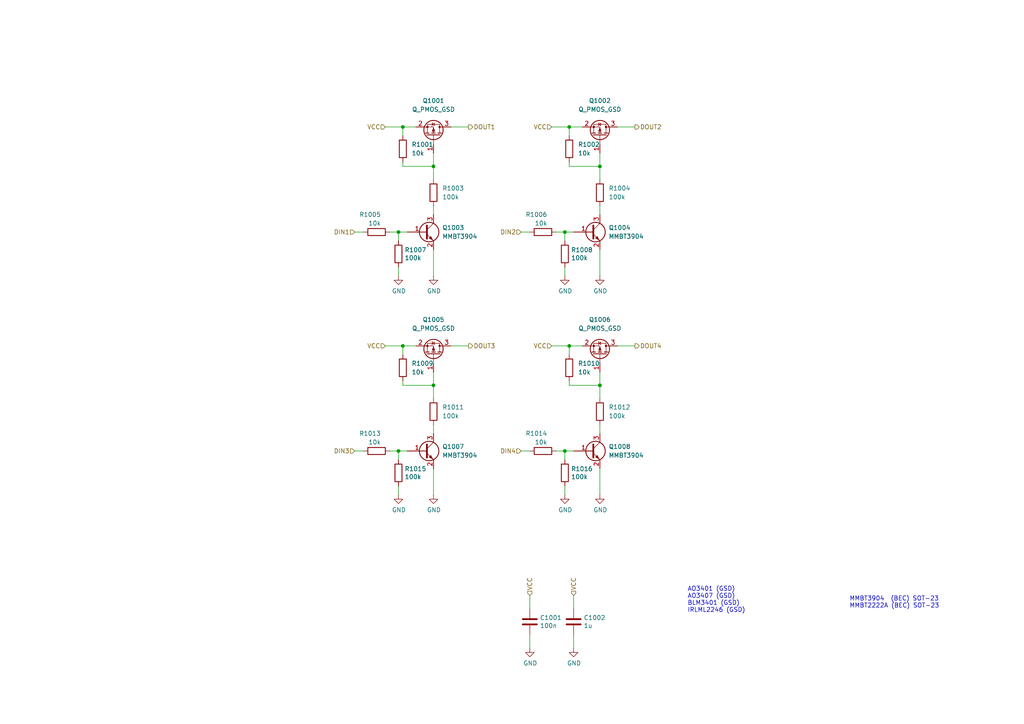
<source format=kicad_sch>
(kicad_sch (version 20211123) (generator eeschema)

  (uuid bc1d5740-b0c7-4566-95b0-470ac47a1fb3)

  (paper "A4")

  (lib_symbols
    (symbol "Device:C" (pin_numbers hide) (pin_names (offset 0.254)) (in_bom yes) (on_board yes)
      (property "Reference" "C" (id 0) (at 0.635 2.54 0)
        (effects (font (size 1.27 1.27)) (justify left))
      )
      (property "Value" "C" (id 1) (at 0.635 -2.54 0)
        (effects (font (size 1.27 1.27)) (justify left))
      )
      (property "Footprint" "" (id 2) (at 0.9652 -3.81 0)
        (effects (font (size 1.27 1.27)) hide)
      )
      (property "Datasheet" "~" (id 3) (at 0 0 0)
        (effects (font (size 1.27 1.27)) hide)
      )
      (property "ki_keywords" "cap capacitor" (id 4) (at 0 0 0)
        (effects (font (size 1.27 1.27)) hide)
      )
      (property "ki_description" "Unpolarized capacitor" (id 5) (at 0 0 0)
        (effects (font (size 1.27 1.27)) hide)
      )
      (property "ki_fp_filters" "C_*" (id 6) (at 0 0 0)
        (effects (font (size 1.27 1.27)) hide)
      )
      (symbol "C_0_1"
        (polyline
          (pts
            (xy -2.032 -0.762)
            (xy 2.032 -0.762)
          )
          (stroke (width 0.508) (type default) (color 0 0 0 0))
          (fill (type none))
        )
        (polyline
          (pts
            (xy -2.032 0.762)
            (xy 2.032 0.762)
          )
          (stroke (width 0.508) (type default) (color 0 0 0 0))
          (fill (type none))
        )
      )
      (symbol "C_1_1"
        (pin passive line (at 0 3.81 270) (length 2.794)
          (name "~" (effects (font (size 1.27 1.27))))
          (number "1" (effects (font (size 1.27 1.27))))
        )
        (pin passive line (at 0 -3.81 90) (length 2.794)
          (name "~" (effects (font (size 1.27 1.27))))
          (number "2" (effects (font (size 1.27 1.27))))
        )
      )
    )
    (symbol "Device:Q_PMOS_GSD" (pin_names (offset 0) hide) (in_bom yes) (on_board yes)
      (property "Reference" "Q" (id 0) (at 5.08 1.27 0)
        (effects (font (size 1.27 1.27)) (justify left))
      )
      (property "Value" "Q_PMOS_GSD" (id 1) (at 5.08 -1.27 0)
        (effects (font (size 1.27 1.27)) (justify left))
      )
      (property "Footprint" "" (id 2) (at 5.08 2.54 0)
        (effects (font (size 1.27 1.27)) hide)
      )
      (property "Datasheet" "~" (id 3) (at 0 0 0)
        (effects (font (size 1.27 1.27)) hide)
      )
      (property "ki_keywords" "transistor PMOS P-MOS P-MOSFET" (id 4) (at 0 0 0)
        (effects (font (size 1.27 1.27)) hide)
      )
      (property "ki_description" "P-MOSFET transistor, gate/source/drain" (id 5) (at 0 0 0)
        (effects (font (size 1.27 1.27)) hide)
      )
      (symbol "Q_PMOS_GSD_0_1"
        (polyline
          (pts
            (xy 0.254 0)
            (xy -2.54 0)
          )
          (stroke (width 0) (type default) (color 0 0 0 0))
          (fill (type none))
        )
        (polyline
          (pts
            (xy 0.254 1.905)
            (xy 0.254 -1.905)
          )
          (stroke (width 0.254) (type default) (color 0 0 0 0))
          (fill (type none))
        )
        (polyline
          (pts
            (xy 0.762 -1.27)
            (xy 0.762 -2.286)
          )
          (stroke (width 0.254) (type default) (color 0 0 0 0))
          (fill (type none))
        )
        (polyline
          (pts
            (xy 0.762 0.508)
            (xy 0.762 -0.508)
          )
          (stroke (width 0.254) (type default) (color 0 0 0 0))
          (fill (type none))
        )
        (polyline
          (pts
            (xy 0.762 2.286)
            (xy 0.762 1.27)
          )
          (stroke (width 0.254) (type default) (color 0 0 0 0))
          (fill (type none))
        )
        (polyline
          (pts
            (xy 2.54 2.54)
            (xy 2.54 1.778)
          )
          (stroke (width 0) (type default) (color 0 0 0 0))
          (fill (type none))
        )
        (polyline
          (pts
            (xy 2.54 -2.54)
            (xy 2.54 0)
            (xy 0.762 0)
          )
          (stroke (width 0) (type default) (color 0 0 0 0))
          (fill (type none))
        )
        (polyline
          (pts
            (xy 0.762 1.778)
            (xy 3.302 1.778)
            (xy 3.302 -1.778)
            (xy 0.762 -1.778)
          )
          (stroke (width 0) (type default) (color 0 0 0 0))
          (fill (type none))
        )
        (polyline
          (pts
            (xy 2.286 0)
            (xy 1.27 0.381)
            (xy 1.27 -0.381)
            (xy 2.286 0)
          )
          (stroke (width 0) (type default) (color 0 0 0 0))
          (fill (type outline))
        )
        (polyline
          (pts
            (xy 2.794 -0.508)
            (xy 2.921 -0.381)
            (xy 3.683 -0.381)
            (xy 3.81 -0.254)
          )
          (stroke (width 0) (type default) (color 0 0 0 0))
          (fill (type none))
        )
        (polyline
          (pts
            (xy 3.302 -0.381)
            (xy 2.921 0.254)
            (xy 3.683 0.254)
            (xy 3.302 -0.381)
          )
          (stroke (width 0) (type default) (color 0 0 0 0))
          (fill (type none))
        )
        (circle (center 1.651 0) (radius 2.794)
          (stroke (width 0.254) (type default) (color 0 0 0 0))
          (fill (type none))
        )
        (circle (center 2.54 -1.778) (radius 0.254)
          (stroke (width 0) (type default) (color 0 0 0 0))
          (fill (type outline))
        )
        (circle (center 2.54 1.778) (radius 0.254)
          (stroke (width 0) (type default) (color 0 0 0 0))
          (fill (type outline))
        )
      )
      (symbol "Q_PMOS_GSD_1_1"
        (pin input line (at -5.08 0 0) (length 2.54)
          (name "G" (effects (font (size 1.27 1.27))))
          (number "1" (effects (font (size 1.27 1.27))))
        )
        (pin passive line (at 2.54 -5.08 90) (length 2.54)
          (name "S" (effects (font (size 1.27 1.27))))
          (number "2" (effects (font (size 1.27 1.27))))
        )
        (pin passive line (at 2.54 5.08 270) (length 2.54)
          (name "D" (effects (font (size 1.27 1.27))))
          (number "3" (effects (font (size 1.27 1.27))))
        )
      )
    )
    (symbol "Device:R" (pin_numbers hide) (pin_names (offset 0)) (in_bom yes) (on_board yes)
      (property "Reference" "R" (id 0) (at 2.032 0 90)
        (effects (font (size 1.27 1.27)))
      )
      (property "Value" "R" (id 1) (at 0 0 90)
        (effects (font (size 1.27 1.27)))
      )
      (property "Footprint" "" (id 2) (at -1.778 0 90)
        (effects (font (size 1.27 1.27)) hide)
      )
      (property "Datasheet" "~" (id 3) (at 0 0 0)
        (effects (font (size 1.27 1.27)) hide)
      )
      (property "ki_keywords" "R res resistor" (id 4) (at 0 0 0)
        (effects (font (size 1.27 1.27)) hide)
      )
      (property "ki_description" "Resistor" (id 5) (at 0 0 0)
        (effects (font (size 1.27 1.27)) hide)
      )
      (property "ki_fp_filters" "R_*" (id 6) (at 0 0 0)
        (effects (font (size 1.27 1.27)) hide)
      )
      (symbol "R_0_1"
        (rectangle (start -1.016 -2.54) (end 1.016 2.54)
          (stroke (width 0.254) (type default) (color 0 0 0 0))
          (fill (type none))
        )
      )
      (symbol "R_1_1"
        (pin passive line (at 0 3.81 270) (length 1.27)
          (name "~" (effects (font (size 1.27 1.27))))
          (number "1" (effects (font (size 1.27 1.27))))
        )
        (pin passive line (at 0 -3.81 90) (length 1.27)
          (name "~" (effects (font (size 1.27 1.27))))
          (number "2" (effects (font (size 1.27 1.27))))
        )
      )
    )
    (symbol "Transistor_BJT:MMBT3904" (pin_names (offset 0) hide) (in_bom yes) (on_board yes)
      (property "Reference" "Q" (id 0) (at 5.08 1.905 0)
        (effects (font (size 1.27 1.27)) (justify left))
      )
      (property "Value" "MMBT3904" (id 1) (at 5.08 0 0)
        (effects (font (size 1.27 1.27)) (justify left))
      )
      (property "Footprint" "Package_TO_SOT_SMD:SOT-23" (id 2) (at 5.08 -1.905 0)
        (effects (font (size 1.27 1.27) italic) (justify left) hide)
      )
      (property "Datasheet" "https://www.onsemi.com/pub/Collateral/2N3903-D.PDF" (id 3) (at 0 0 0)
        (effects (font (size 1.27 1.27)) (justify left) hide)
      )
      (property "ki_keywords" "NPN Transistor" (id 4) (at 0 0 0)
        (effects (font (size 1.27 1.27)) hide)
      )
      (property "ki_description" "0.2A Ic, 40V Vce, Small Signal NPN Transistor, SOT-23" (id 5) (at 0 0 0)
        (effects (font (size 1.27 1.27)) hide)
      )
      (property "ki_fp_filters" "SOT?23*" (id 6) (at 0 0 0)
        (effects (font (size 1.27 1.27)) hide)
      )
      (symbol "MMBT3904_0_1"
        (polyline
          (pts
            (xy 0.635 0.635)
            (xy 2.54 2.54)
          )
          (stroke (width 0) (type default) (color 0 0 0 0))
          (fill (type none))
        )
        (polyline
          (pts
            (xy 0.635 -0.635)
            (xy 2.54 -2.54)
            (xy 2.54 -2.54)
          )
          (stroke (width 0) (type default) (color 0 0 0 0))
          (fill (type none))
        )
        (polyline
          (pts
            (xy 0.635 1.905)
            (xy 0.635 -1.905)
            (xy 0.635 -1.905)
          )
          (stroke (width 0.508) (type default) (color 0 0 0 0))
          (fill (type none))
        )
        (polyline
          (pts
            (xy 1.27 -1.778)
            (xy 1.778 -1.27)
            (xy 2.286 -2.286)
            (xy 1.27 -1.778)
            (xy 1.27 -1.778)
          )
          (stroke (width 0) (type default) (color 0 0 0 0))
          (fill (type outline))
        )
        (circle (center 1.27 0) (radius 2.8194)
          (stroke (width 0.254) (type default) (color 0 0 0 0))
          (fill (type none))
        )
      )
      (symbol "MMBT3904_1_1"
        (pin input line (at -5.08 0 0) (length 5.715)
          (name "B" (effects (font (size 1.27 1.27))))
          (number "1" (effects (font (size 1.27 1.27))))
        )
        (pin passive line (at 2.54 -5.08 90) (length 2.54)
          (name "E" (effects (font (size 1.27 1.27))))
          (number "2" (effects (font (size 1.27 1.27))))
        )
        (pin passive line (at 2.54 5.08 270) (length 2.54)
          (name "C" (effects (font (size 1.27 1.27))))
          (number "3" (effects (font (size 1.27 1.27))))
        )
      )
    )
    (symbol "power:GND" (power) (pin_names (offset 0)) (in_bom yes) (on_board yes)
      (property "Reference" "#PWR" (id 0) (at 0 -6.35 0)
        (effects (font (size 1.27 1.27)) hide)
      )
      (property "Value" "GND" (id 1) (at 0 -3.81 0)
        (effects (font (size 1.27 1.27)))
      )
      (property "Footprint" "" (id 2) (at 0 0 0)
        (effects (font (size 1.27 1.27)) hide)
      )
      (property "Datasheet" "" (id 3) (at 0 0 0)
        (effects (font (size 1.27 1.27)) hide)
      )
      (property "ki_keywords" "power-flag" (id 4) (at 0 0 0)
        (effects (font (size 1.27 1.27)) hide)
      )
      (property "ki_description" "Power symbol creates a global label with name \"GND\" , ground" (id 5) (at 0 0 0)
        (effects (font (size 1.27 1.27)) hide)
      )
      (symbol "GND_0_1"
        (polyline
          (pts
            (xy 0 0)
            (xy 0 -1.27)
            (xy 1.27 -1.27)
            (xy 0 -2.54)
            (xy -1.27 -1.27)
            (xy 0 -1.27)
          )
          (stroke (width 0) (type default) (color 0 0 0 0))
          (fill (type none))
        )
      )
      (symbol "GND_1_1"
        (pin power_in line (at 0 0 270) (length 0) hide
          (name "GND" (effects (font (size 1.27 1.27))))
          (number "1" (effects (font (size 1.27 1.27))))
        )
      )
    )
  )

  (junction (at 163.83 130.81) (diameter 0) (color 0 0 0 0)
    (uuid 1112625c-6b59-42d6-9ed4-149d1f99bf19)
  )
  (junction (at 115.57 130.81) (diameter 0) (color 0 0 0 0)
    (uuid 3461c97e-adc2-46a7-a2fe-c8ee3c1a8f06)
  )
  (junction (at 115.57 67.31) (diameter 0) (color 0 0 0 0)
    (uuid 65a00649-ca91-4dd5-8105-6c8f9a389a8a)
  )
  (junction (at 125.73 48.26) (diameter 0) (color 0 0 0 0)
    (uuid 88c0d7ab-6b76-4256-bcba-f07b6012027b)
  )
  (junction (at 165.1 36.83) (diameter 0) (color 0 0 0 0)
    (uuid 9756c999-0ec8-4b39-a87a-8cf7e2f39ce2)
  )
  (junction (at 125.73 111.76) (diameter 0) (color 0 0 0 0)
    (uuid 97c3508f-7287-46ab-a08b-1a2bac6a3827)
  )
  (junction (at 165.1 100.33) (diameter 0) (color 0 0 0 0)
    (uuid 9817de8c-d2a1-4943-88f0-4206aee458a8)
  )
  (junction (at 116.84 36.83) (diameter 0) (color 0 0 0 0)
    (uuid 9dc07baf-96a6-45bd-af44-0fefd758131b)
  )
  (junction (at 163.83 67.31) (diameter 0) (color 0 0 0 0)
    (uuid ad96704c-91aa-4a4d-98e7-946b6e238a3c)
  )
  (junction (at 173.99 111.76) (diameter 0) (color 0 0 0 0)
    (uuid c51c349a-d46c-4c91-add5-43f49f8dc699)
  )
  (junction (at 173.99 48.26) (diameter 0) (color 0 0 0 0)
    (uuid cb057d47-08c3-493d-910a-2727c467cf92)
  )
  (junction (at 116.84 100.33) (diameter 0) (color 0 0 0 0)
    (uuid eff2c511-fa11-4a27-9688-ca324ae7f39e)
  )

  (wire (pts (xy 111.76 36.83) (xy 116.84 36.83))
    (stroke (width 0) (type default) (color 0 0 0 0))
    (uuid 03d7e548-9508-4b8c-b949-d148c8832867)
  )
  (wire (pts (xy 161.29 67.31) (xy 163.83 67.31))
    (stroke (width 0) (type default) (color 0 0 0 0))
    (uuid 0797483d-d81b-43c7-bc8f-af2eaeb21c8d)
  )
  (wire (pts (xy 173.99 135.89) (xy 173.99 143.51))
    (stroke (width 0) (type default) (color 0 0 0 0))
    (uuid 089fc857-fa64-43d8-a2e1-cd6a504e7903)
  )
  (wire (pts (xy 102.87 67.31) (xy 105.41 67.31))
    (stroke (width 0) (type default) (color 0 0 0 0))
    (uuid 0d8d52fe-0c55-423c-9e00-d443903aaac0)
  )
  (wire (pts (xy 116.84 36.83) (xy 116.84 39.37))
    (stroke (width 0) (type default) (color 0 0 0 0))
    (uuid 0ea2b292-5848-4d2b-aeca-126a9fcccbc0)
  )
  (wire (pts (xy 166.37 187.96) (xy 166.37 184.15))
    (stroke (width 0) (type default) (color 0 0 0 0))
    (uuid 100847e3-630c-4c13-ba45-180e92370805)
  )
  (wire (pts (xy 160.02 36.83) (xy 165.1 36.83))
    (stroke (width 0) (type default) (color 0 0 0 0))
    (uuid 15a1c8fc-7b5d-4bfe-b9bf-4d59830cf169)
  )
  (wire (pts (xy 125.73 125.73) (xy 125.73 123.19))
    (stroke (width 0) (type default) (color 0 0 0 0))
    (uuid 15c62d5f-5224-40dc-a18d-5fcb36de4f91)
  )
  (wire (pts (xy 130.81 36.83) (xy 135.89 36.83))
    (stroke (width 0) (type default) (color 0 0 0 0))
    (uuid 1e155dca-4886-4e64-a9d1-ec2c83480f56)
  )
  (wire (pts (xy 161.29 130.81) (xy 163.83 130.81))
    (stroke (width 0) (type default) (color 0 0 0 0))
    (uuid 1f6e248e-3b67-4228-ac72-518fc78a0889)
  )
  (wire (pts (xy 173.99 62.23) (xy 173.99 59.69))
    (stroke (width 0) (type default) (color 0 0 0 0))
    (uuid 219779c8-7d8b-415c-aa6b-387ace8a8fd7)
  )
  (wire (pts (xy 111.76 100.33) (xy 116.84 100.33))
    (stroke (width 0) (type default) (color 0 0 0 0))
    (uuid 23251026-5f87-44a1-9006-8e4505b9dc22)
  )
  (wire (pts (xy 115.57 77.47) (xy 115.57 80.01))
    (stroke (width 0) (type default) (color 0 0 0 0))
    (uuid 27a211e3-feb5-413e-9a41-13b0a8f9ba7b)
  )
  (wire (pts (xy 113.03 67.31) (xy 115.57 67.31))
    (stroke (width 0) (type default) (color 0 0 0 0))
    (uuid 2cdec58e-8865-42ad-8fd5-510331eaa3b0)
  )
  (wire (pts (xy 165.1 100.33) (xy 165.1 102.87))
    (stroke (width 0) (type default) (color 0 0 0 0))
    (uuid 2f612560-b358-4ad2-8173-b5dadc4d6735)
  )
  (wire (pts (xy 151.13 67.31) (xy 153.67 67.31))
    (stroke (width 0) (type default) (color 0 0 0 0))
    (uuid 341c12b7-132c-4bbb-8a6a-e4100196a6fd)
  )
  (wire (pts (xy 173.99 48.26) (xy 173.99 44.45))
    (stroke (width 0) (type default) (color 0 0 0 0))
    (uuid 38094799-7025-4eed-8de0-150672f7106d)
  )
  (wire (pts (xy 115.57 67.31) (xy 118.11 67.31))
    (stroke (width 0) (type default) (color 0 0 0 0))
    (uuid 3a1e3a48-d04c-4341-91db-3628aa70da62)
  )
  (wire (pts (xy 165.1 100.33) (xy 168.91 100.33))
    (stroke (width 0) (type default) (color 0 0 0 0))
    (uuid 3b896756-569a-4631-92f1-c6beefd22996)
  )
  (wire (pts (xy 130.81 100.33) (xy 135.89 100.33))
    (stroke (width 0) (type default) (color 0 0 0 0))
    (uuid 4517f51e-d732-4182-a705-9904f2f41f9c)
  )
  (wire (pts (xy 163.83 67.31) (xy 166.37 67.31))
    (stroke (width 0) (type default) (color 0 0 0 0))
    (uuid 45ae65a3-ad08-4266-8e32-8e15219dfd5b)
  )
  (wire (pts (xy 116.84 100.33) (xy 116.84 102.87))
    (stroke (width 0) (type default) (color 0 0 0 0))
    (uuid 4a70b647-4f43-460d-bc93-c8058f630801)
  )
  (wire (pts (xy 165.1 111.76) (xy 173.99 111.76))
    (stroke (width 0) (type default) (color 0 0 0 0))
    (uuid 4e8682bc-5f60-4378-bdb9-219f468771a9)
  )
  (wire (pts (xy 125.73 48.26) (xy 125.73 44.45))
    (stroke (width 0) (type default) (color 0 0 0 0))
    (uuid 520717c6-bdac-4bb0-8fa6-caa1dba8a4af)
  )
  (wire (pts (xy 125.73 111.76) (xy 125.73 115.57))
    (stroke (width 0) (type default) (color 0 0 0 0))
    (uuid 57216194-17c6-45da-906f-c3d381344d65)
  )
  (wire (pts (xy 115.57 130.81) (xy 115.57 133.35))
    (stroke (width 0) (type default) (color 0 0 0 0))
    (uuid 57924154-11f6-43e3-8972-a51583ad3816)
  )
  (wire (pts (xy 113.03 130.81) (xy 115.57 130.81))
    (stroke (width 0) (type default) (color 0 0 0 0))
    (uuid 6164d665-2be3-40ba-809c-9bf08c068d10)
  )
  (wire (pts (xy 153.67 187.96) (xy 153.67 184.15))
    (stroke (width 0) (type default) (color 0 0 0 0))
    (uuid 61a18b62-4111-4a9d-8fca-04c4c6f90cc3)
  )
  (wire (pts (xy 163.83 67.31) (xy 163.83 69.85))
    (stroke (width 0) (type default) (color 0 0 0 0))
    (uuid 62653ff8-22a5-481b-9640-3a254e32fc87)
  )
  (wire (pts (xy 116.84 48.26) (xy 125.73 48.26))
    (stroke (width 0) (type default) (color 0 0 0 0))
    (uuid 64b77c1c-3874-490e-87b5-282d4f2eb7d6)
  )
  (wire (pts (xy 173.99 111.76) (xy 173.99 115.57))
    (stroke (width 0) (type default) (color 0 0 0 0))
    (uuid 68577564-a4bc-4713-bd1f-27b2d7b271fa)
  )
  (wire (pts (xy 125.73 72.39) (xy 125.73 80.01))
    (stroke (width 0) (type default) (color 0 0 0 0))
    (uuid 68f15a1c-6498-4558-9318-babd04d8c4db)
  )
  (wire (pts (xy 102.87 130.81) (xy 105.41 130.81))
    (stroke (width 0) (type default) (color 0 0 0 0))
    (uuid 6b026b16-1c09-421e-b477-10b18e57cc2a)
  )
  (wire (pts (xy 153.67 172.72) (xy 153.67 176.53))
    (stroke (width 0) (type default) (color 0 0 0 0))
    (uuid 717b25a7-c9c2-4f6f-b744-a96113325c99)
  )
  (wire (pts (xy 165.1 48.26) (xy 173.99 48.26))
    (stroke (width 0) (type default) (color 0 0 0 0))
    (uuid 7495c3db-888f-4208-9b3f-5145c011eeb7)
  )
  (wire (pts (xy 125.73 48.26) (xy 125.73 52.07))
    (stroke (width 0) (type default) (color 0 0 0 0))
    (uuid 7d4f3911-45a5-424c-8f31-029f01b31330)
  )
  (wire (pts (xy 163.83 77.47) (xy 163.83 80.01))
    (stroke (width 0) (type default) (color 0 0 0 0))
    (uuid 881b7c38-baf9-4ea5-bf67-99da1d638ee4)
  )
  (wire (pts (xy 173.99 125.73) (xy 173.99 123.19))
    (stroke (width 0) (type default) (color 0 0 0 0))
    (uuid 88580c2a-c43f-4a62-aa03-231285a042ff)
  )
  (wire (pts (xy 173.99 48.26) (xy 173.99 52.07))
    (stroke (width 0) (type default) (color 0 0 0 0))
    (uuid 89a8d9d1-c911-4973-b074-18d196f74889)
  )
  (wire (pts (xy 173.99 111.76) (xy 173.99 107.95))
    (stroke (width 0) (type default) (color 0 0 0 0))
    (uuid 913fa862-721d-4eba-b18d-d18a1794225e)
  )
  (wire (pts (xy 163.83 130.81) (xy 163.83 133.35))
    (stroke (width 0) (type default) (color 0 0 0 0))
    (uuid 98357c7f-35e4-4b90-a710-2d0b94b1f0f8)
  )
  (wire (pts (xy 125.73 111.76) (xy 125.73 107.95))
    (stroke (width 0) (type default) (color 0 0 0 0))
    (uuid 98ba623e-ee76-4f94-a821-4e84e4a1d809)
  )
  (wire (pts (xy 116.84 46.99) (xy 116.84 48.26))
    (stroke (width 0) (type default) (color 0 0 0 0))
    (uuid 9a8550f2-b2c0-4cb2-883c-8ac719bb63e6)
  )
  (wire (pts (xy 116.84 110.49) (xy 116.84 111.76))
    (stroke (width 0) (type default) (color 0 0 0 0))
    (uuid 9d362c7a-11e3-47c3-96a0-2d3677319b25)
  )
  (wire (pts (xy 179.07 36.83) (xy 184.15 36.83))
    (stroke (width 0) (type default) (color 0 0 0 0))
    (uuid a3a2d283-b24b-4f9a-9791-fb183168f964)
  )
  (wire (pts (xy 166.37 172.72) (xy 166.37 176.53))
    (stroke (width 0) (type default) (color 0 0 0 0))
    (uuid a43f2e19-4e11-4e86-a12a-58a691d6df28)
  )
  (wire (pts (xy 165.1 36.83) (xy 168.91 36.83))
    (stroke (width 0) (type default) (color 0 0 0 0))
    (uuid a4db6965-5fab-4b41-9563-a51bfb013353)
  )
  (wire (pts (xy 125.73 62.23) (xy 125.73 59.69))
    (stroke (width 0) (type default) (color 0 0 0 0))
    (uuid abea028b-ca28-41ac-83c1-1f3e6564db60)
  )
  (wire (pts (xy 115.57 130.81) (xy 118.11 130.81))
    (stroke (width 0) (type default) (color 0 0 0 0))
    (uuid ae75dbf0-4229-4044-b92a-dbd408a884de)
  )
  (wire (pts (xy 116.84 111.76) (xy 125.73 111.76))
    (stroke (width 0) (type default) (color 0 0 0 0))
    (uuid afb1237a-b86c-4603-96ed-9d60cc46aeae)
  )
  (wire (pts (xy 160.02 100.33) (xy 165.1 100.33))
    (stroke (width 0) (type default) (color 0 0 0 0))
    (uuid b848d182-0754-4aa6-81e7-f2610f1a600e)
  )
  (wire (pts (xy 165.1 110.49) (xy 165.1 111.76))
    (stroke (width 0) (type default) (color 0 0 0 0))
    (uuid ba131423-aec8-49d7-930b-c32e2f29ce4f)
  )
  (wire (pts (xy 163.83 140.97) (xy 163.83 143.51))
    (stroke (width 0) (type default) (color 0 0 0 0))
    (uuid be2fc0f7-a474-484d-b5f0-5f9be1440636)
  )
  (wire (pts (xy 173.99 72.39) (xy 173.99 80.01))
    (stroke (width 0) (type default) (color 0 0 0 0))
    (uuid c5c781a2-0047-4f21-9443-2dc998de3330)
  )
  (wire (pts (xy 115.57 140.97) (xy 115.57 143.51))
    (stroke (width 0) (type default) (color 0 0 0 0))
    (uuid c8895783-dd17-4230-8ebb-fd0a8720e521)
  )
  (wire (pts (xy 125.73 135.89) (xy 125.73 143.51))
    (stroke (width 0) (type default) (color 0 0 0 0))
    (uuid c8c15479-a87f-4251-bc48-b1e9b5050230)
  )
  (wire (pts (xy 165.1 36.83) (xy 165.1 39.37))
    (stroke (width 0) (type default) (color 0 0 0 0))
    (uuid cbcb31f7-de7f-419f-809b-4b7376261039)
  )
  (wire (pts (xy 179.07 100.33) (xy 184.15 100.33))
    (stroke (width 0) (type default) (color 0 0 0 0))
    (uuid e3895e25-0a6d-495c-9b21-3ccb658a19c4)
  )
  (wire (pts (xy 151.13 130.81) (xy 153.67 130.81))
    (stroke (width 0) (type default) (color 0 0 0 0))
    (uuid e3a4ecec-18c2-4db0-95c0-42fac5c354e5)
  )
  (wire (pts (xy 116.84 36.83) (xy 120.65 36.83))
    (stroke (width 0) (type default) (color 0 0 0 0))
    (uuid ed2dccb2-4e0f-4fa9-88dd-bc928f780692)
  )
  (wire (pts (xy 165.1 46.99) (xy 165.1 48.26))
    (stroke (width 0) (type default) (color 0 0 0 0))
    (uuid ee4eed92-e9ae-4bf4-9d9c-22d86c194568)
  )
  (wire (pts (xy 116.84 100.33) (xy 120.65 100.33))
    (stroke (width 0) (type default) (color 0 0 0 0))
    (uuid f2f4336e-0d2f-48a8-8cb0-2f2ba9b55436)
  )
  (wire (pts (xy 115.57 67.31) (xy 115.57 69.85))
    (stroke (width 0) (type default) (color 0 0 0 0))
    (uuid f5ee544d-4b9b-4541-b2cf-46b5bb4ee6fc)
  )
  (wire (pts (xy 163.83 130.81) (xy 166.37 130.81))
    (stroke (width 0) (type default) (color 0 0 0 0))
    (uuid fed3f57a-a4a0-40db-9622-97ed245628ce)
  )

  (text "MMBT3904  (BEC) SOT-23\nMMBT2222A (BEC) SOT-23" (at 246.38 176.53 0)
    (effects (font (size 1.27 1.27)) (justify left bottom))
    (uuid b121f1ff-8472-460b-ab2d-5110ddd1ca28)
  )
  (text "AO3401 (GSD)\nAO3407 (GSD)\nBLM3401 (GSD)\nIRLML2246 (GSD)"
    (at 199.39 177.8 0)
    (effects (font (size 1.27 1.27)) (justify left bottom))
    (uuid c62adb8b-b306-48da-b0ae-f6a287e54f62)
  )

  (hierarchical_label "VCC" (shape input) (at 160.02 36.83 180)
    (effects (font (size 1.27 1.27)) (justify right))
    (uuid 1869f8c2-a816-4678-844a-b64d000f2444)
  )
  (hierarchical_label "VCC" (shape input) (at 111.76 36.83 180)
    (effects (font (size 1.27 1.27)) (justify right))
    (uuid 1f00674a-92fa-48e9-991a-65cba14eb07f)
  )
  (hierarchical_label "DOUT4" (shape output) (at 184.15 100.33 0)
    (effects (font (size 1.27 1.27)) (justify left))
    (uuid 2d78dcd3-c237-4ffc-bb05-bf2d50ebb281)
  )
  (hierarchical_label "VCC" (shape input) (at 166.37 172.72 90)
    (effects (font (size 1.27 1.27)) (justify left))
    (uuid 44e77d57-d16f-4723-a95f-1ac45276c458)
  )
  (hierarchical_label "VCC" (shape input) (at 160.02 100.33 180)
    (effects (font (size 1.27 1.27)) (justify right))
    (uuid 4fd52f00-7aa0-42a3-8144-76331edce3b8)
  )
  (hierarchical_label "DOUT1" (shape output) (at 135.89 36.83 0)
    (effects (font (size 1.27 1.27)) (justify left))
    (uuid 5b518c88-40fd-461e-bf95-3af28e64f9af)
  )
  (hierarchical_label "DIN4" (shape input) (at 151.13 130.81 180)
    (effects (font (size 1.27 1.27)) (justify right))
    (uuid 8e465d82-3099-4237-91f5-fbe7e6e64f89)
  )
  (hierarchical_label "DIN1" (shape input) (at 102.87 67.31 180)
    (effects (font (size 1.27 1.27)) (justify right))
    (uuid 8fa9283c-b0ae-47a9-98b8-db374dcff976)
  )
  (hierarchical_label "VCC" (shape input) (at 111.76 100.33 180)
    (effects (font (size 1.27 1.27)) (justify right))
    (uuid aafaf49c-e88b-4fc8-8284-e36c8f4f6c93)
  )
  (hierarchical_label "VCC" (shape input) (at 153.67 172.72 90)
    (effects (font (size 1.27 1.27)) (justify left))
    (uuid b7dfd91c-6180-48d0-832a-f6a5a032a686)
  )
  (hierarchical_label "DIN3" (shape input) (at 102.87 130.81 180)
    (effects (font (size 1.27 1.27)) (justify right))
    (uuid c433230a-b202-405e-a99f-0098aafe29c7)
  )
  (hierarchical_label "DOUT3" (shape output) (at 135.89 100.33 0)
    (effects (font (size 1.27 1.27)) (justify left))
    (uuid f2b9516f-eede-44fb-a477-b52d4e684cb4)
  )
  (hierarchical_label "DIN2" (shape input) (at 151.13 67.31 180)
    (effects (font (size 1.27 1.27)) (justify right))
    (uuid f7a45cc9-d3d9-4531-ae6b-2b22990213f1)
  )
  (hierarchical_label "DOUT2" (shape output) (at 184.15 36.83 0)
    (effects (font (size 1.27 1.27)) (justify left))
    (uuid febad8a4-00fc-4a0e-bc28-7cb79e0ae887)
  )

  (symbol (lib_id "Device:C") (at 153.67 180.34 0) (unit 1)
    (in_bom yes) (on_board yes)
    (uuid 00000000-0000-0000-0000-00006264e1b8)
    (property "Reference" "C1001" (id 0) (at 156.591 179.1716 0)
      (effects (font (size 1.27 1.27)) (justify left))
    )
    (property "Value" "100n" (id 1) (at 156.591 181.483 0)
      (effects (font (size 1.27 1.27)) (justify left))
    )
    (property "Footprint" "Capacitor_SMD:C_0603_1608Metric" (id 2) (at 154.6352 184.15 0)
      (effects (font (size 1.27 1.27)) hide)
    )
    (property "Datasheet" "~" (id 3) (at 153.67 180.34 0)
      (effects (font (size 1.27 1.27)) hide)
    )
    (pin "1" (uuid de487a49-b1bd-49d8-b602-b0f77924dd62))
    (pin "2" (uuid 2194fa89-e497-4dbf-876e-5ad67042f440))
  )

  (symbol (lib_id "power:GND") (at 153.67 187.96 0) (unit 1)
    (in_bom yes) (on_board yes)
    (uuid 00000000-0000-0000-0000-000062650285)
    (property "Reference" "#PWR01009" (id 0) (at 153.67 194.31 0)
      (effects (font (size 1.27 1.27)) hide)
    )
    (property "Value" "GND" (id 1) (at 153.797 192.3542 0))
    (property "Footprint" "" (id 2) (at 153.67 187.96 0)
      (effects (font (size 1.27 1.27)) hide)
    )
    (property "Datasheet" "" (id 3) (at 153.67 187.96 0)
      (effects (font (size 1.27 1.27)) hide)
    )
    (pin "1" (uuid 9035df5c-cb30-47df-812e-33c7a08b3aea))
  )

  (symbol (lib_id "Device:C") (at 166.37 180.34 0) (unit 1)
    (in_bom yes) (on_board yes)
    (uuid 00000000-0000-0000-0000-000062656db1)
    (property "Reference" "C1002" (id 0) (at 169.291 179.1716 0)
      (effects (font (size 1.27 1.27)) (justify left))
    )
    (property "Value" "1u" (id 1) (at 169.291 181.483 0)
      (effects (font (size 1.27 1.27)) (justify left))
    )
    (property "Footprint" "Capacitor_SMD:C_0805_2012Metric" (id 2) (at 167.3352 184.15 0)
      (effects (font (size 1.27 1.27)) hide)
    )
    (property "Datasheet" "~" (id 3) (at 166.37 180.34 0)
      (effects (font (size 1.27 1.27)) hide)
    )
    (pin "1" (uuid 143dfd14-68b7-4903-809b-91db1fa3ee07))
    (pin "2" (uuid 9f13b978-6cee-4e1c-9258-1adcd246a826))
  )

  (symbol (lib_id "power:GND") (at 166.37 187.96 0) (unit 1)
    (in_bom yes) (on_board yes)
    (uuid 00000000-0000-0000-0000-000062656db8)
    (property "Reference" "#PWR01010" (id 0) (at 166.37 194.31 0)
      (effects (font (size 1.27 1.27)) hide)
    )
    (property "Value" "GND" (id 1) (at 166.497 192.3542 0))
    (property "Footprint" "" (id 2) (at 166.37 187.96 0)
      (effects (font (size 1.27 1.27)) hide)
    )
    (property "Datasheet" "" (id 3) (at 166.37 187.96 0)
      (effects (font (size 1.27 1.27)) hide)
    )
    (pin "1" (uuid 52ef34a6-f506-464a-95e4-48addca555bc))
  )

  (symbol (lib_id "Transistor_BJT:MMBT3904") (at 123.19 130.81 0) (unit 1)
    (in_bom yes) (on_board yes) (fields_autoplaced)
    (uuid 05ae853a-1988-4f61-b3d7-2f259776c011)
    (property "Reference" "Q1007" (id 0) (at 128.27 129.5399 0)
      (effects (font (size 1.27 1.27)) (justify left))
    )
    (property "Value" "MMBT3904" (id 1) (at 128.27 132.0799 0)
      (effects (font (size 1.27 1.27)) (justify left))
    )
    (property "Footprint" "Package_TO_SOT_SMD:SOT-23" (id 2) (at 128.27 132.715 0)
      (effects (font (size 1.27 1.27) italic) (justify left) hide)
    )
    (property "Datasheet" "https://www.onsemi.com/pub/Collateral/2N3903-D.PDF" (id 3) (at 123.19 130.81 0)
      (effects (font (size 1.27 1.27)) (justify left) hide)
    )
    (pin "1" (uuid 3c040444-64a9-43be-8819-632402030785))
    (pin "2" (uuid da43e724-0b2e-45ee-94c4-0be2e93daf80))
    (pin "3" (uuid cadc4d2a-b06a-4b78-9a9b-b9aaf4521818))
  )

  (symbol (lib_id "Device:R") (at 173.99 119.38 0) (unit 1)
    (in_bom yes) (on_board yes) (fields_autoplaced)
    (uuid 0bb6b500-2294-4f95-b95d-49613a977407)
    (property "Reference" "R1012" (id 0) (at 176.53 118.1099 0)
      (effects (font (size 1.27 1.27)) (justify left))
    )
    (property "Value" "100k" (id 1) (at 176.53 120.6499 0)
      (effects (font (size 1.27 1.27)) (justify left))
    )
    (property "Footprint" "Resistor_SMD:R_0603_1608Metric" (id 2) (at 172.212 119.38 90)
      (effects (font (size 1.27 1.27)) hide)
    )
    (property "Datasheet" "~" (id 3) (at 173.99 119.38 0)
      (effects (font (size 1.27 1.27)) hide)
    )
    (pin "1" (uuid 6573ff5c-7e48-46c7-8a65-6effb5a0bba1))
    (pin "2" (uuid b09c0995-decf-458b-92a7-a2bba072eb49))
  )

  (symbol (lib_id "Device:R") (at 165.1 106.68 0) (unit 1)
    (in_bom yes) (on_board yes) (fields_autoplaced)
    (uuid 119d01b7-6f08-430f-a657-f94db25cc33c)
    (property "Reference" "R1010" (id 0) (at 167.64 105.4099 0)
      (effects (font (size 1.27 1.27)) (justify left))
    )
    (property "Value" "10k" (id 1) (at 167.64 107.9499 0)
      (effects (font (size 1.27 1.27)) (justify left))
    )
    (property "Footprint" "Resistor_SMD:R_0603_1608Metric" (id 2) (at 163.322 106.68 90)
      (effects (font (size 1.27 1.27)) hide)
    )
    (property "Datasheet" "~" (id 3) (at 165.1 106.68 0)
      (effects (font (size 1.27 1.27)) hide)
    )
    (pin "1" (uuid 8a180e43-f5bb-4f80-8b39-6854804674f3))
    (pin "2" (uuid 98f47c16-da27-4295-bdb1-9b8a2de92677))
  )

  (symbol (lib_id "Device:R") (at 116.84 106.68 0) (unit 1)
    (in_bom yes) (on_board yes) (fields_autoplaced)
    (uuid 160b126c-fdc2-4806-940b-e24246e80107)
    (property "Reference" "R1009" (id 0) (at 119.38 105.4099 0)
      (effects (font (size 1.27 1.27)) (justify left))
    )
    (property "Value" "10k" (id 1) (at 119.38 107.9499 0)
      (effects (font (size 1.27 1.27)) (justify left))
    )
    (property "Footprint" "Resistor_SMD:R_0603_1608Metric" (id 2) (at 115.062 106.68 90)
      (effects (font (size 1.27 1.27)) hide)
    )
    (property "Datasheet" "~" (id 3) (at 116.84 106.68 0)
      (effects (font (size 1.27 1.27)) hide)
    )
    (pin "1" (uuid 316894fd-e3f0-4ff3-829b-01b722f9195f))
    (pin "2" (uuid 6fbb91f9-c64b-4c3f-ade3-92eddcd9339c))
  )

  (symbol (lib_id "Transistor_BJT:MMBT3904") (at 123.19 67.31 0) (unit 1)
    (in_bom yes) (on_board yes) (fields_autoplaced)
    (uuid 1a19194f-ef6a-4eba-90a8-3aaebd9f8323)
    (property "Reference" "Q1003" (id 0) (at 128.27 66.0399 0)
      (effects (font (size 1.27 1.27)) (justify left))
    )
    (property "Value" "MMBT3904" (id 1) (at 128.27 68.5799 0)
      (effects (font (size 1.27 1.27)) (justify left))
    )
    (property "Footprint" "Package_TO_SOT_SMD:SOT-23" (id 2) (at 128.27 69.215 0)
      (effects (font (size 1.27 1.27) italic) (justify left) hide)
    )
    (property "Datasheet" "https://www.onsemi.com/pub/Collateral/2N3903-D.PDF" (id 3) (at 123.19 67.31 0)
      (effects (font (size 1.27 1.27)) (justify left) hide)
    )
    (pin "1" (uuid 80ea1b6e-6ec1-4b2c-9a87-6ba341aff94d))
    (pin "2" (uuid 662a7803-6d12-4ef3-bea5-856d20b376b6))
    (pin "3" (uuid 9942891a-6994-41cc-b57b-a25ef06ed527))
  )

  (symbol (lib_id "Transistor_BJT:MMBT3904") (at 171.45 130.81 0) (unit 1)
    (in_bom yes) (on_board yes) (fields_autoplaced)
    (uuid 1f9d07e0-2793-4b8c-bfd1-8029c01544c1)
    (property "Reference" "Q1008" (id 0) (at 176.53 129.5399 0)
      (effects (font (size 1.27 1.27)) (justify left))
    )
    (property "Value" "MMBT3904" (id 1) (at 176.53 132.0799 0)
      (effects (font (size 1.27 1.27)) (justify left))
    )
    (property "Footprint" "Package_TO_SOT_SMD:SOT-23" (id 2) (at 176.53 132.715 0)
      (effects (font (size 1.27 1.27) italic) (justify left) hide)
    )
    (property "Datasheet" "https://www.onsemi.com/pub/Collateral/2N3903-D.PDF" (id 3) (at 171.45 130.81 0)
      (effects (font (size 1.27 1.27)) (justify left) hide)
    )
    (pin "1" (uuid 4ab1d058-c898-419c-ad92-56c6597cd199))
    (pin "2" (uuid e112b0d8-00ae-44e5-a758-28318873ffb5))
    (pin "3" (uuid e188afd3-ef01-47d6-9d61-d02bf982da91))
  )

  (symbol (lib_id "Device:R") (at 163.83 73.66 0) (unit 1)
    (in_bom yes) (on_board yes)
    (uuid 2c681495-e520-4ce9-83c7-320f5075eb25)
    (property "Reference" "R1008" (id 0) (at 165.608 72.4916 0)
      (effects (font (size 1.27 1.27)) (justify left))
    )
    (property "Value" "100k" (id 1) (at 165.608 74.803 0)
      (effects (font (size 1.27 1.27)) (justify left))
    )
    (property "Footprint" "Resistor_SMD:R_0603_1608Metric" (id 2) (at 162.052 73.66 90)
      (effects (font (size 1.27 1.27)) hide)
    )
    (property "Datasheet" "~" (id 3) (at 163.83 73.66 0)
      (effects (font (size 1.27 1.27)) hide)
    )
    (pin "1" (uuid 011dab91-50ef-48bc-8ac4-4610a9a65c1e))
    (pin "2" (uuid 28798ec2-cdb2-425e-a8f2-8c1429639a39))
  )

  (symbol (lib_id "Device:R") (at 163.83 137.16 0) (unit 1)
    (in_bom yes) (on_board yes)
    (uuid 307226c3-99b7-4690-9cc9-aca69bcd1d6e)
    (property "Reference" "R1016" (id 0) (at 165.608 135.9916 0)
      (effects (font (size 1.27 1.27)) (justify left))
    )
    (property "Value" "100k" (id 1) (at 165.608 138.303 0)
      (effects (font (size 1.27 1.27)) (justify left))
    )
    (property "Footprint" "Resistor_SMD:R_0603_1608Metric" (id 2) (at 162.052 137.16 90)
      (effects (font (size 1.27 1.27)) hide)
    )
    (property "Datasheet" "~" (id 3) (at 163.83 137.16 0)
      (effects (font (size 1.27 1.27)) hide)
    )
    (pin "1" (uuid 495a2e4d-1236-4067-95b3-08dcff663554))
    (pin "2" (uuid 229d4f12-a130-4f1a-9dba-b79540ee306e))
  )

  (symbol (lib_id "Device:Q_PMOS_GSD") (at 125.73 39.37 270) (mirror x) (unit 1)
    (in_bom yes) (on_board yes) (fields_autoplaced)
    (uuid 3e3fc844-5f9f-41f3-b02f-95ae642f02b0)
    (property "Reference" "Q1001" (id 0) (at 125.73 29.21 90))
    (property "Value" "Q_PMOS_GSD" (id 1) (at 125.73 31.75 90))
    (property "Footprint" "Package_TO_SOT_SMD:SOT-23" (id 2) (at 128.27 34.29 0)
      (effects (font (size 1.27 1.27)) hide)
    )
    (property "Datasheet" "~" (id 3) (at 125.73 39.37 0)
      (effects (font (size 1.27 1.27)) hide)
    )
    (pin "1" (uuid df8a1140-ab2b-4e4b-8997-045b1aa386e1))
    (pin "2" (uuid 7a3113d7-6b4a-44a8-80f7-8afa36f026c0))
    (pin "3" (uuid e570655e-f546-4ebe-aca4-0113515eab54))
  )

  (symbol (lib_id "Device:R") (at 109.22 67.31 90) (unit 1)
    (in_bom yes) (on_board yes)
    (uuid 46f93342-ba84-47c5-bacf-ce445258161d)
    (property "Reference" "R1005" (id 0) (at 110.49 62.23 90)
      (effects (font (size 1.27 1.27)) (justify left))
    )
    (property "Value" "10k" (id 1) (at 110.49 64.77 90)
      (effects (font (size 1.27 1.27)) (justify left))
    )
    (property "Footprint" "Resistor_SMD:R_0603_1608Metric" (id 2) (at 109.22 69.088 90)
      (effects (font (size 1.27 1.27)) hide)
    )
    (property "Datasheet" "~" (id 3) (at 109.22 67.31 0)
      (effects (font (size 1.27 1.27)) hide)
    )
    (pin "1" (uuid 0cd7983f-4c1b-49ec-b113-a0376b571a9e))
    (pin "2" (uuid ca091aa2-d67e-4a26-a4dc-b8bc229105d4))
  )

  (symbol (lib_id "Device:R") (at 125.73 55.88 0) (unit 1)
    (in_bom yes) (on_board yes) (fields_autoplaced)
    (uuid 4762029a-009d-47c7-ba76-d1330b718a4c)
    (property "Reference" "R1003" (id 0) (at 128.27 54.6099 0)
      (effects (font (size 1.27 1.27)) (justify left))
    )
    (property "Value" "100k" (id 1) (at 128.27 57.1499 0)
      (effects (font (size 1.27 1.27)) (justify left))
    )
    (property "Footprint" "Resistor_SMD:R_0603_1608Metric" (id 2) (at 123.952 55.88 90)
      (effects (font (size 1.27 1.27)) hide)
    )
    (property "Datasheet" "~" (id 3) (at 125.73 55.88 0)
      (effects (font (size 1.27 1.27)) hide)
    )
    (pin "1" (uuid 5369c401-c7ce-4b97-be87-922eab86a51d))
    (pin "2" (uuid b2fe8af8-5c5f-4790-8720-e90eb19112d0))
  )

  (symbol (lib_id "Device:R") (at 116.84 43.18 0) (unit 1)
    (in_bom yes) (on_board yes) (fields_autoplaced)
    (uuid 6dba9bcb-f964-441f-b629-431337cf2e83)
    (property "Reference" "R1001" (id 0) (at 119.38 41.9099 0)
      (effects (font (size 1.27 1.27)) (justify left))
    )
    (property "Value" "10k" (id 1) (at 119.38 44.4499 0)
      (effects (font (size 1.27 1.27)) (justify left))
    )
    (property "Footprint" "Resistor_SMD:R_0603_1608Metric" (id 2) (at 115.062 43.18 90)
      (effects (font (size 1.27 1.27)) hide)
    )
    (property "Datasheet" "~" (id 3) (at 116.84 43.18 0)
      (effects (font (size 1.27 1.27)) hide)
    )
    (pin "1" (uuid 62d60149-c1cb-4066-a433-651e9ae4cd3c))
    (pin "2" (uuid ad588740-1a9c-4f3a-9931-695e5c60b02c))
  )

  (symbol (lib_id "Device:R") (at 115.57 73.66 0) (unit 1)
    (in_bom yes) (on_board yes)
    (uuid 6e5ecff9-eca8-4f98-942f-41fefb1c7530)
    (property "Reference" "R1007" (id 0) (at 117.348 72.4916 0)
      (effects (font (size 1.27 1.27)) (justify left))
    )
    (property "Value" "100k" (id 1) (at 117.348 74.803 0)
      (effects (font (size 1.27 1.27)) (justify left))
    )
    (property "Footprint" "Resistor_SMD:R_0603_1608Metric" (id 2) (at 113.792 73.66 90)
      (effects (font (size 1.27 1.27)) hide)
    )
    (property "Datasheet" "~" (id 3) (at 115.57 73.66 0)
      (effects (font (size 1.27 1.27)) hide)
    )
    (pin "1" (uuid 1bef95c5-c279-49f7-9205-c01976a02d2c))
    (pin "2" (uuid 1fd1b549-cb77-4ac1-b391-2e6e46924c3b))
  )

  (symbol (lib_id "Device:R") (at 157.48 130.81 90) (unit 1)
    (in_bom yes) (on_board yes)
    (uuid 73b6efaa-c967-4f70-9676-ff61acf1cd7c)
    (property "Reference" "R1014" (id 0) (at 158.75 125.73 90)
      (effects (font (size 1.27 1.27)) (justify left))
    )
    (property "Value" "10k" (id 1) (at 158.75 128.27 90)
      (effects (font (size 1.27 1.27)) (justify left))
    )
    (property "Footprint" "Resistor_SMD:R_0603_1608Metric" (id 2) (at 157.48 132.588 90)
      (effects (font (size 1.27 1.27)) hide)
    )
    (property "Datasheet" "~" (id 3) (at 157.48 130.81 0)
      (effects (font (size 1.27 1.27)) hide)
    )
    (pin "1" (uuid ac41f60b-9725-4cbd-b7da-0df9df8067e7))
    (pin "2" (uuid f1f2e311-6551-4ee6-9700-ce45c1abac01))
  )

  (symbol (lib_id "Device:R") (at 165.1 43.18 0) (unit 1)
    (in_bom yes) (on_board yes) (fields_autoplaced)
    (uuid 7d94b16c-6bd3-4400-b7ba-d9b94e47c517)
    (property "Reference" "R1002" (id 0) (at 167.64 41.9099 0)
      (effects (font (size 1.27 1.27)) (justify left))
    )
    (property "Value" "10k" (id 1) (at 167.64 44.4499 0)
      (effects (font (size 1.27 1.27)) (justify left))
    )
    (property "Footprint" "Resistor_SMD:R_0603_1608Metric" (id 2) (at 163.322 43.18 90)
      (effects (font (size 1.27 1.27)) hide)
    )
    (property "Datasheet" "~" (id 3) (at 165.1 43.18 0)
      (effects (font (size 1.27 1.27)) hide)
    )
    (pin "1" (uuid aec96898-1ed3-42d0-8acd-680b435113db))
    (pin "2" (uuid 8c1df198-c33d-451f-9e21-454a28956b9f))
  )

  (symbol (lib_id "Transistor_BJT:MMBT3904") (at 171.45 67.31 0) (unit 1)
    (in_bom yes) (on_board yes) (fields_autoplaced)
    (uuid 81455ae4-7828-4c6c-9fa0-a8cbc5bf77ba)
    (property "Reference" "Q1004" (id 0) (at 176.53 66.0399 0)
      (effects (font (size 1.27 1.27)) (justify left))
    )
    (property "Value" "MMBT3904" (id 1) (at 176.53 68.5799 0)
      (effects (font (size 1.27 1.27)) (justify left))
    )
    (property "Footprint" "Package_TO_SOT_SMD:SOT-23" (id 2) (at 176.53 69.215 0)
      (effects (font (size 1.27 1.27) italic) (justify left) hide)
    )
    (property "Datasheet" "https://www.onsemi.com/pub/Collateral/2N3903-D.PDF" (id 3) (at 171.45 67.31 0)
      (effects (font (size 1.27 1.27)) (justify left) hide)
    )
    (pin "1" (uuid d35e76ef-1358-4277-b039-abb17e2d2d43))
    (pin "2" (uuid 5ab53320-9f8e-485d-b7b9-6f02c972ac0b))
    (pin "3" (uuid ce9a3835-4930-489b-896e-d03236b19d1a))
  )

  (symbol (lib_id "Device:Q_PMOS_GSD") (at 125.73 102.87 270) (mirror x) (unit 1)
    (in_bom yes) (on_board yes) (fields_autoplaced)
    (uuid 8cf2a87d-c4ea-4b45-82d6-b4a1230ed84a)
    (property "Reference" "Q1005" (id 0) (at 125.73 92.71 90))
    (property "Value" "Q_PMOS_GSD" (id 1) (at 125.73 95.25 90))
    (property "Footprint" "Package_TO_SOT_SMD:SOT-23" (id 2) (at 128.27 97.79 0)
      (effects (font (size 1.27 1.27)) hide)
    )
    (property "Datasheet" "~" (id 3) (at 125.73 102.87 0)
      (effects (font (size 1.27 1.27)) hide)
    )
    (pin "1" (uuid fb068880-9285-4ce0-93d9-7000e4b578ee))
    (pin "2" (uuid 1691203c-dfd1-48f9-b2fa-fdc8bbf3c6ff))
    (pin "3" (uuid c9c2cbc5-699d-4350-a03d-7254f5c21bc3))
  )

  (symbol (lib_id "Device:Q_PMOS_GSD") (at 173.99 39.37 270) (mirror x) (unit 1)
    (in_bom yes) (on_board yes) (fields_autoplaced)
    (uuid 92675baa-8381-46dc-a243-538ae9803c06)
    (property "Reference" "Q1002" (id 0) (at 173.99 29.21 90))
    (property "Value" "Q_PMOS_GSD" (id 1) (at 173.99 31.75 90))
    (property "Footprint" "Package_TO_SOT_SMD:SOT-23" (id 2) (at 176.53 34.29 0)
      (effects (font (size 1.27 1.27)) hide)
    )
    (property "Datasheet" "~" (id 3) (at 173.99 39.37 0)
      (effects (font (size 1.27 1.27)) hide)
    )
    (pin "1" (uuid f27e5e30-dc82-40ca-b3a9-d9001f67ecc1))
    (pin "2" (uuid ba44e58d-d4c1-4d06-b99d-8e9d1268df31))
    (pin "3" (uuid 849e4ae4-85c8-4b30-affc-a06af3ea16f1))
  )

  (symbol (lib_id "power:GND") (at 115.57 143.51 0) (unit 1)
    (in_bom yes) (on_board yes)
    (uuid 98d4207f-7194-4e80-bcf7-f1756c86aa99)
    (property "Reference" "#PWR01005" (id 0) (at 115.57 149.86 0)
      (effects (font (size 1.27 1.27)) hide)
    )
    (property "Value" "GND" (id 1) (at 115.697 147.9042 0))
    (property "Footprint" "" (id 2) (at 115.57 143.51 0)
      (effects (font (size 1.27 1.27)) hide)
    )
    (property "Datasheet" "" (id 3) (at 115.57 143.51 0)
      (effects (font (size 1.27 1.27)) hide)
    )
    (pin "1" (uuid 9f2a5508-35cc-4918-a577-bae691a0ed84))
  )

  (symbol (lib_id "power:GND") (at 173.99 80.01 0) (unit 1)
    (in_bom yes) (on_board yes)
    (uuid a26ae081-b8a6-47f1-93f3-944b20be6b43)
    (property "Reference" "#PWR01004" (id 0) (at 173.99 86.36 0)
      (effects (font (size 1.27 1.27)) hide)
    )
    (property "Value" "GND" (id 1) (at 174.117 84.4042 0))
    (property "Footprint" "" (id 2) (at 173.99 80.01 0)
      (effects (font (size 1.27 1.27)) hide)
    )
    (property "Datasheet" "" (id 3) (at 173.99 80.01 0)
      (effects (font (size 1.27 1.27)) hide)
    )
    (pin "1" (uuid aee695ee-0853-4e49-b735-20bb725a58ce))
  )

  (symbol (lib_id "Device:R") (at 173.99 55.88 0) (unit 1)
    (in_bom yes) (on_board yes) (fields_autoplaced)
    (uuid a2ad5511-c9ad-4b59-89cc-3cde9872b18e)
    (property "Reference" "R1004" (id 0) (at 176.53 54.6099 0)
      (effects (font (size 1.27 1.27)) (justify left))
    )
    (property "Value" "100k" (id 1) (at 176.53 57.1499 0)
      (effects (font (size 1.27 1.27)) (justify left))
    )
    (property "Footprint" "Resistor_SMD:R_0603_1608Metric" (id 2) (at 172.212 55.88 90)
      (effects (font (size 1.27 1.27)) hide)
    )
    (property "Datasheet" "~" (id 3) (at 173.99 55.88 0)
      (effects (font (size 1.27 1.27)) hide)
    )
    (pin "1" (uuid 139acc4c-0b69-4672-a84d-3b3867096f11))
    (pin "2" (uuid 3e86d9f2-4613-423a-94a4-1388ba1a2ffd))
  )

  (symbol (lib_id "power:GND") (at 115.57 80.01 0) (unit 1)
    (in_bom yes) (on_board yes)
    (uuid ab90426c-a7c8-478b-b14e-96f92cdb7db8)
    (property "Reference" "#PWR01001" (id 0) (at 115.57 86.36 0)
      (effects (font (size 1.27 1.27)) hide)
    )
    (property "Value" "GND" (id 1) (at 115.697 84.4042 0))
    (property "Footprint" "" (id 2) (at 115.57 80.01 0)
      (effects (font (size 1.27 1.27)) hide)
    )
    (property "Datasheet" "" (id 3) (at 115.57 80.01 0)
      (effects (font (size 1.27 1.27)) hide)
    )
    (pin "1" (uuid 1501dfaa-d141-44c2-a946-98784d8afbfc))
  )

  (symbol (lib_id "power:GND") (at 125.73 143.51 0) (unit 1)
    (in_bom yes) (on_board yes)
    (uuid adc7ec75-ba6d-44e8-8fb4-d38a6eb7bb57)
    (property "Reference" "#PWR01006" (id 0) (at 125.73 149.86 0)
      (effects (font (size 1.27 1.27)) hide)
    )
    (property "Value" "GND" (id 1) (at 125.857 147.9042 0))
    (property "Footprint" "" (id 2) (at 125.73 143.51 0)
      (effects (font (size 1.27 1.27)) hide)
    )
    (property "Datasheet" "" (id 3) (at 125.73 143.51 0)
      (effects (font (size 1.27 1.27)) hide)
    )
    (pin "1" (uuid efc3596e-b1b0-4b0b-b4a3-e20a0b7054f6))
  )

  (symbol (lib_id "Device:R") (at 125.73 119.38 0) (unit 1)
    (in_bom yes) (on_board yes) (fields_autoplaced)
    (uuid c5d7eeec-e2f2-4cee-935f-d143724e0358)
    (property "Reference" "R1011" (id 0) (at 128.27 118.1099 0)
      (effects (font (size 1.27 1.27)) (justify left))
    )
    (property "Value" "100k" (id 1) (at 128.27 120.6499 0)
      (effects (font (size 1.27 1.27)) (justify left))
    )
    (property "Footprint" "Resistor_SMD:R_0603_1608Metric" (id 2) (at 123.952 119.38 90)
      (effects (font (size 1.27 1.27)) hide)
    )
    (property "Datasheet" "~" (id 3) (at 125.73 119.38 0)
      (effects (font (size 1.27 1.27)) hide)
    )
    (pin "1" (uuid 17ac9b75-68a3-4c5b-8143-1f501e15f03e))
    (pin "2" (uuid 9a84cd5e-713d-424c-926f-d3c30a0ea5af))
  )

  (symbol (lib_id "power:GND") (at 163.83 80.01 0) (unit 1)
    (in_bom yes) (on_board yes)
    (uuid ce612afb-aa36-49a7-aa95-a0bb12c16a92)
    (property "Reference" "#PWR01003" (id 0) (at 163.83 86.36 0)
      (effects (font (size 1.27 1.27)) hide)
    )
    (property "Value" "GND" (id 1) (at 163.957 84.4042 0))
    (property "Footprint" "" (id 2) (at 163.83 80.01 0)
      (effects (font (size 1.27 1.27)) hide)
    )
    (property "Datasheet" "" (id 3) (at 163.83 80.01 0)
      (effects (font (size 1.27 1.27)) hide)
    )
    (pin "1" (uuid ec1d3b40-8fea-4d2c-be9c-f3ca9c0dba67))
  )

  (symbol (lib_id "Device:R") (at 157.48 67.31 90) (unit 1)
    (in_bom yes) (on_board yes)
    (uuid da4b08c3-3119-414c-9779-e191d748eb8c)
    (property "Reference" "R1006" (id 0) (at 158.75 62.23 90)
      (effects (font (size 1.27 1.27)) (justify left))
    )
    (property "Value" "10k" (id 1) (at 158.75 64.77 90)
      (effects (font (size 1.27 1.27)) (justify left))
    )
    (property "Footprint" "Resistor_SMD:R_0603_1608Metric" (id 2) (at 157.48 69.088 90)
      (effects (font (size 1.27 1.27)) hide)
    )
    (property "Datasheet" "~" (id 3) (at 157.48 67.31 0)
      (effects (font (size 1.27 1.27)) hide)
    )
    (pin "1" (uuid 7567a63d-aadf-4116-bdab-86f600bde4cb))
    (pin "2" (uuid 3bf434cc-3e51-4b81-a4d9-4e9ea8699c1a))
  )

  (symbol (lib_id "power:GND") (at 163.83 143.51 0) (unit 1)
    (in_bom yes) (on_board yes)
    (uuid dcf930a6-8c63-4f2c-b577-751a3a83fef8)
    (property "Reference" "#PWR01007" (id 0) (at 163.83 149.86 0)
      (effects (font (size 1.27 1.27)) hide)
    )
    (property "Value" "GND" (id 1) (at 163.957 147.9042 0))
    (property "Footprint" "" (id 2) (at 163.83 143.51 0)
      (effects (font (size 1.27 1.27)) hide)
    )
    (property "Datasheet" "" (id 3) (at 163.83 143.51 0)
      (effects (font (size 1.27 1.27)) hide)
    )
    (pin "1" (uuid 749a64ef-0e7c-4189-9ae9-5fce1b993929))
  )

  (symbol (lib_id "Device:Q_PMOS_GSD") (at 173.99 102.87 270) (mirror x) (unit 1)
    (in_bom yes) (on_board yes) (fields_autoplaced)
    (uuid e65fad55-ae3e-4bcd-a13d-72cb99e57071)
    (property "Reference" "Q1006" (id 0) (at 173.99 92.71 90))
    (property "Value" "Q_PMOS_GSD" (id 1) (at 173.99 95.25 90))
    (property "Footprint" "Package_TO_SOT_SMD:SOT-23" (id 2) (at 176.53 97.79 0)
      (effects (font (size 1.27 1.27)) hide)
    )
    (property "Datasheet" "~" (id 3) (at 173.99 102.87 0)
      (effects (font (size 1.27 1.27)) hide)
    )
    (pin "1" (uuid 9fa9aaff-d009-4956-a548-857553380d7e))
    (pin "2" (uuid 7be2297e-735e-4cee-abcd-2cf163a0dede))
    (pin "3" (uuid 42bc03f9-c259-4522-99ae-a44d09f9213b))
  )

  (symbol (lib_id "Device:R") (at 115.57 137.16 0) (unit 1)
    (in_bom yes) (on_board yes)
    (uuid eac5d0d0-2076-4976-aeb7-7da03a204ae3)
    (property "Reference" "R1015" (id 0) (at 117.348 135.9916 0)
      (effects (font (size 1.27 1.27)) (justify left))
    )
    (property "Value" "100k" (id 1) (at 117.348 138.303 0)
      (effects (font (size 1.27 1.27)) (justify left))
    )
    (property "Footprint" "Resistor_SMD:R_0603_1608Metric" (id 2) (at 113.792 137.16 90)
      (effects (font (size 1.27 1.27)) hide)
    )
    (property "Datasheet" "~" (id 3) (at 115.57 137.16 0)
      (effects (font (size 1.27 1.27)) hide)
    )
    (pin "1" (uuid c6f77d63-e84d-4d92-9926-6f0e6c614811))
    (pin "2" (uuid 2b46f9c7-3a86-46d3-a3f7-e9089fe9c963))
  )

  (symbol (lib_id "power:GND") (at 125.73 80.01 0) (unit 1)
    (in_bom yes) (on_board yes)
    (uuid ed4ff6e2-2139-4456-9c28-d45a59b5c8be)
    (property "Reference" "#PWR01002" (id 0) (at 125.73 86.36 0)
      (effects (font (size 1.27 1.27)) hide)
    )
    (property "Value" "GND" (id 1) (at 125.857 84.4042 0))
    (property "Footprint" "" (id 2) (at 125.73 80.01 0)
      (effects (font (size 1.27 1.27)) hide)
    )
    (property "Datasheet" "" (id 3) (at 125.73 80.01 0)
      (effects (font (size 1.27 1.27)) hide)
    )
    (pin "1" (uuid 267b2895-0fa1-4b40-9f53-82e1107b4001))
  )

  (symbol (lib_id "Device:R") (at 109.22 130.81 90) (unit 1)
    (in_bom yes) (on_board yes)
    (uuid f5ad91d6-c3b7-44cf-a28f-eb896611f20a)
    (property "Reference" "R1013" (id 0) (at 110.49 125.73 90)
      (effects (font (size 1.27 1.27)) (justify left))
    )
    (property "Value" "10k" (id 1) (at 110.49 128.27 90)
      (effects (font (size 1.27 1.27)) (justify left))
    )
    (property "Footprint" "Resistor_SMD:R_0603_1608Metric" (id 2) (at 109.22 132.588 90)
      (effects (font (size 1.27 1.27)) hide)
    )
    (property "Datasheet" "~" (id 3) (at 109.22 130.81 0)
      (effects (font (size 1.27 1.27)) hide)
    )
    (pin "1" (uuid af126ad3-177d-4ac2-8aa5-338652e28902))
    (pin "2" (uuid 27568db8-2f0c-44a9-890e-810c1a6d8dfb))
  )

  (symbol (lib_id "power:GND") (at 173.99 143.51 0) (unit 1)
    (in_bom yes) (on_board yes)
    (uuid fc6fb4c9-c09e-4274-8f09-114f5cf2d01a)
    (property "Reference" "#PWR01008" (id 0) (at 173.99 149.86 0)
      (effects (font (size 1.27 1.27)) hide)
    )
    (property "Value" "GND" (id 1) (at 174.117 147.9042 0))
    (property "Footprint" "" (id 2) (at 173.99 143.51 0)
      (effects (font (size 1.27 1.27)) hide)
    )
    (property "Datasheet" "" (id 3) (at 173.99 143.51 0)
      (effects (font (size 1.27 1.27)) hide)
    )
    (pin "1" (uuid d73b43bb-0712-4067-9c69-dcc7092cad06))
  )
)

</source>
